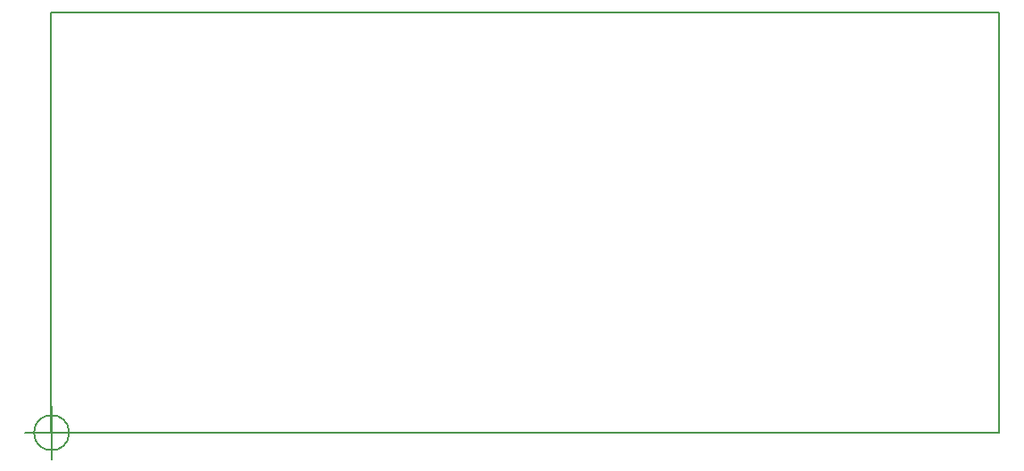
<source format=gbr>
G04 #@! TF.FileFunction,Profile,NP*
%FSLAX46Y46*%
G04 Gerber Fmt 4.6, Leading zero omitted, Abs format (unit mm)*
G04 Created by KiCad (PCBNEW 4.0.6) date Sat Oct 21 15:15:02 2017*
%MOMM*%
%LPD*%
G01*
G04 APERTURE LIST*
%ADD10C,0.100000*%
%ADD11C,0.150000*%
G04 APERTURE END LIST*
D10*
D11*
X81716666Y-112500000D02*
G75*
G03X81716666Y-112500000I-1666666J0D01*
G01*
X77550000Y-112500000D02*
X82550000Y-112500000D01*
X80050000Y-110000000D02*
X80050000Y-115000000D01*
X170000000Y-72500000D02*
X80000000Y-72500000D01*
X170000000Y-112500000D02*
X170000000Y-72500000D01*
X80000000Y-112500000D02*
X170000000Y-112500000D01*
X80000000Y-72500000D02*
X80000000Y-112500000D01*
M02*

</source>
